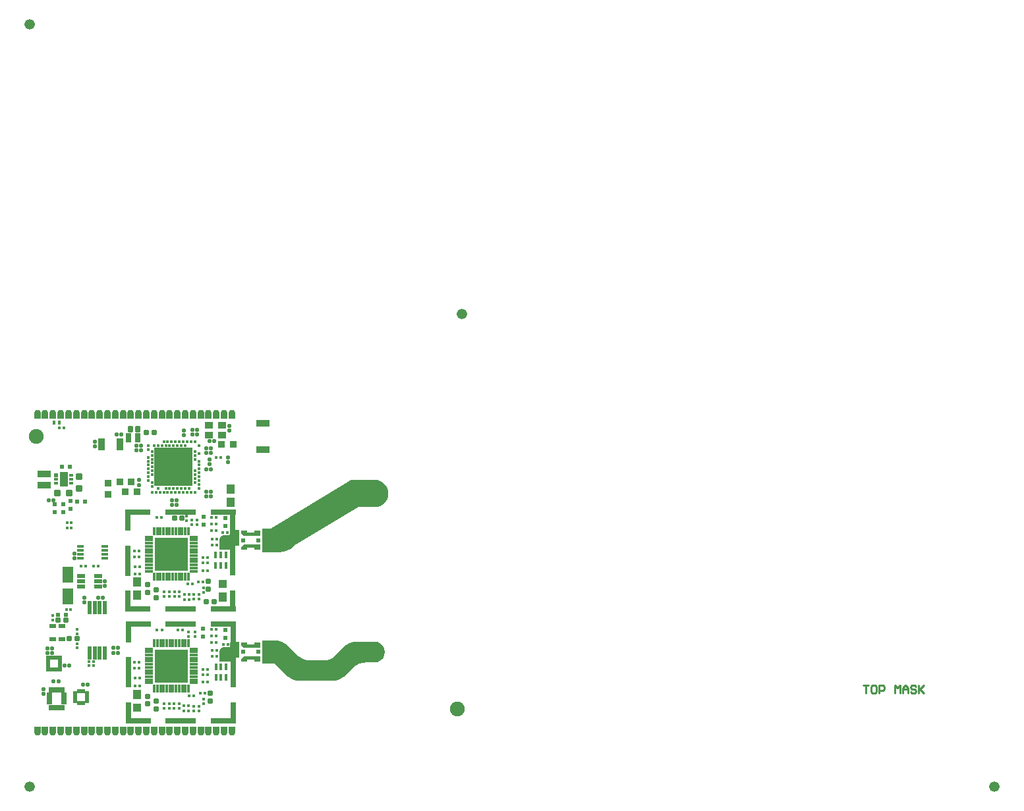
<source format=gts>
%FSLAX24Y24*%
%MOIN*%
G70*
G01*
G75*
G04 Layer_Color=8388736*
%ADD10C,0.0197*%
%ADD11C,0.0276*%
%ADD12R,0.0315X0.0276*%
%ADD13R,0.0295X0.0591*%
%ADD14R,0.0315X0.0118*%
%ADD15R,0.0394X0.0709*%
%ADD16R,0.0177X0.0098*%
%ADD17R,0.0177X0.0138*%
G04:AMPARAMS|DCode=18|XSize=59.1mil|YSize=17.7mil|CornerRadius=0mil|HoleSize=0mil|Usage=FLASHONLY|Rotation=90.000|XOffset=0mil|YOffset=0mil|HoleType=Round|Shape=RoundedRectangle|*
%AMROUNDEDRECTD18*
21,1,0.0591,0.0177,0,0,90.0*
21,1,0.0591,0.0177,0,0,90.0*
1,1,0.0000,0.0089,0.0295*
1,1,0.0000,0.0089,-0.0295*
1,1,0.0000,-0.0089,-0.0295*
1,1,0.0000,-0.0089,0.0295*
%
%ADD18ROUNDEDRECTD18*%
%ADD19R,0.0118X0.0315*%
%ADD20R,0.0472X0.0787*%
%ADD21R,0.0354X0.0157*%
%ADD22R,0.0189X0.0197*%
%ADD23R,0.0039X0.0039*%
%ADD24R,0.0246X0.1496*%
%ADD25R,0.0246X0.1043*%
%ADD26R,0.1232X0.0246*%
%ADD27R,0.1496X0.0246*%
%ADD28R,0.0177X0.0197*%
%ADD29R,0.0118X0.0118*%
G04:AMPARAMS|DCode=30|XSize=11.8mil|YSize=11.8mil|CornerRadius=0.3mil|HoleSize=0mil|Usage=FLASHONLY|Rotation=270.000|XOffset=0mil|YOffset=0mil|HoleType=Round|Shape=RoundedRectangle|*
%AMROUNDEDRECTD30*
21,1,0.0118,0.0112,0,0,270.0*
21,1,0.0112,0.0118,0,0,270.0*
1,1,0.0006,-0.0056,-0.0056*
1,1,0.0006,-0.0056,0.0056*
1,1,0.0006,0.0056,0.0056*
1,1,0.0006,0.0056,-0.0056*
%
%ADD30ROUNDEDRECTD30*%
%ADD31R,0.1654X0.1654*%
%ADD32R,0.0374X0.0079*%
%ADD33R,0.0079X0.0374*%
G04:AMPARAMS|DCode=34|XSize=39.4mil|YSize=23.6mil|CornerRadius=0.6mil|HoleSize=0mil|Usage=FLASHONLY|Rotation=270.000|XOffset=0mil|YOffset=0mil|HoleType=Round|Shape=RoundedRectangle|*
%AMROUNDEDRECTD34*
21,1,0.0394,0.0224,0,0,270.0*
21,1,0.0382,0.0236,0,0,270.0*
1,1,0.0012,-0.0112,-0.0191*
1,1,0.0012,-0.0112,0.0191*
1,1,0.0012,0.0112,0.0191*
1,1,0.0012,0.0112,-0.0191*
%
%ADD34ROUNDEDRECTD34*%
%ADD35R,0.0118X0.0118*%
%ADD36R,0.0630X0.0315*%
G04:AMPARAMS|DCode=37|XSize=25.2mil|YSize=24mil|CornerRadius=0.6mil|HoleSize=0mil|Usage=FLASHONLY|Rotation=90.000|XOffset=0mil|YOffset=0mil|HoleType=Round|Shape=RoundedRectangle|*
%AMROUNDEDRECTD37*
21,1,0.0252,0.0228,0,0,90.0*
21,1,0.0240,0.0240,0,0,90.0*
1,1,0.0012,0.0114,0.0120*
1,1,0.0012,0.0114,-0.0120*
1,1,0.0012,-0.0114,-0.0120*
1,1,0.0012,-0.0114,0.0120*
%
%ADD37ROUNDEDRECTD37*%
%ADD38R,0.0138X0.0226*%
%ADD39R,0.0226X0.0138*%
%ADD40R,0.0138X0.0148*%
%ADD41R,0.0148X0.0138*%
%ADD42C,0.0354*%
%ADD43R,0.0138X0.0236*%
%ADD44R,0.0295X0.0197*%
%ADD45R,0.0390X0.0430*%
G04:AMPARAMS|DCode=46|XSize=31.5mil|YSize=31.5mil|CornerRadius=0.8mil|HoleSize=0mil|Usage=FLASHONLY|Rotation=180.000|XOffset=0mil|YOffset=0mil|HoleType=Round|Shape=RoundedRectangle|*
%AMROUNDEDRECTD46*
21,1,0.0315,0.0299,0,0,180.0*
21,1,0.0299,0.0315,0,0,180.0*
1,1,0.0016,-0.0150,0.0150*
1,1,0.0016,0.0150,0.0150*
1,1,0.0016,0.0150,-0.0150*
1,1,0.0016,-0.0150,-0.0150*
%
%ADD46ROUNDEDRECTD46*%
G04:AMPARAMS|DCode=47|XSize=19.7mil|YSize=19.7mil|CornerRadius=0.5mil|HoleSize=0mil|Usage=FLASHONLY|Rotation=0.000|XOffset=0mil|YOffset=0mil|HoleType=Round|Shape=RoundedRectangle|*
%AMROUNDEDRECTD47*
21,1,0.0197,0.0187,0,0,0.0*
21,1,0.0187,0.0197,0,0,0.0*
1,1,0.0010,0.0094,-0.0094*
1,1,0.0010,-0.0094,-0.0094*
1,1,0.0010,-0.0094,0.0094*
1,1,0.0010,0.0094,0.0094*
%
%ADD47ROUNDEDRECTD47*%
G04:AMPARAMS|DCode=48|XSize=11.8mil|YSize=11.8mil|CornerRadius=0.3mil|HoleSize=0mil|Usage=FLASHONLY|Rotation=180.000|XOffset=0mil|YOffset=0mil|HoleType=Round|Shape=RoundedRectangle|*
%AMROUNDEDRECTD48*
21,1,0.0118,0.0112,0,0,180.0*
21,1,0.0112,0.0118,0,0,180.0*
1,1,0.0006,-0.0056,0.0056*
1,1,0.0006,0.0056,0.0056*
1,1,0.0006,0.0056,-0.0056*
1,1,0.0006,-0.0056,-0.0056*
%
%ADD48ROUNDEDRECTD48*%
%ADD49R,0.1909X0.1909*%
%ADD50C,0.0108*%
G04:AMPARAMS|DCode=51|XSize=35.4mil|YSize=31.5mil|CornerRadius=0.2mil|HoleSize=0mil|Usage=FLASHONLY|Rotation=180.000|XOffset=0mil|YOffset=0mil|HoleType=Round|Shape=RoundedRectangle|*
%AMROUNDEDRECTD51*
21,1,0.0354,0.0312,0,0,180.0*
21,1,0.0351,0.0315,0,0,180.0*
1,1,0.0003,-0.0176,0.0156*
1,1,0.0003,0.0176,0.0156*
1,1,0.0003,0.0176,-0.0156*
1,1,0.0003,-0.0176,-0.0156*
%
%ADD51ROUNDEDRECTD51*%
G04:AMPARAMS|DCode=52|XSize=19.7mil|YSize=19.7mil|CornerRadius=0.5mil|HoleSize=0mil|Usage=FLASHONLY|Rotation=270.000|XOffset=0mil|YOffset=0mil|HoleType=Round|Shape=RoundedRectangle|*
%AMROUNDEDRECTD52*
21,1,0.0197,0.0187,0,0,270.0*
21,1,0.0187,0.0197,0,0,270.0*
1,1,0.0010,-0.0094,-0.0094*
1,1,0.0010,-0.0094,0.0094*
1,1,0.0010,0.0094,0.0094*
1,1,0.0010,0.0094,-0.0094*
%
%ADD52ROUNDEDRECTD52*%
%ADD53R,0.0197X0.0177*%
G04:AMPARAMS|DCode=54|XSize=31.5mil|YSize=31.5mil|CornerRadius=0.8mil|HoleSize=0mil|Usage=FLASHONLY|Rotation=270.000|XOffset=0mil|YOffset=0mil|HoleType=Round|Shape=RoundedRectangle|*
%AMROUNDEDRECTD54*
21,1,0.0315,0.0299,0,0,270.0*
21,1,0.0299,0.0315,0,0,270.0*
1,1,0.0016,-0.0150,-0.0150*
1,1,0.0016,-0.0150,0.0150*
1,1,0.0016,0.0150,0.0150*
1,1,0.0016,0.0150,-0.0150*
%
%ADD54ROUNDEDRECTD54*%
%ADD55C,0.0472*%
%ADD56C,0.0039*%
%ADD57C,0.0079*%
%ADD58C,0.0060*%
%ADD59C,0.0157*%
%ADD60C,0.0200*%
%ADD61C,0.0118*%
%ADD62C,0.0120*%
%ADD63C,0.0150*%
%ADD64C,0.0059*%
%ADD65C,0.0060*%
%ADD66C,0.0030*%
%ADD67C,0.0080*%
%ADD68C,0.0276*%
%ADD69C,0.0070*%
%ADD70C,0.0100*%
%ADD71C,0.0110*%
%ADD72C,0.0068*%
%ADD73C,0.0130*%
%ADD74C,0.0055*%
%ADD75C,0.0177*%
%ADD76R,0.0433X0.0699*%
%ADD77R,0.0226X0.0157*%
%ADD78R,0.0650X0.0551*%
%ADD79R,0.0512X0.0394*%
%ADD80R,0.0630X0.0433*%
%ADD81R,0.0492X0.0482*%
%ADD82R,0.0364X0.0502*%
%ADD83R,0.0236X0.0404*%
%ADD84R,0.0130X0.0424*%
%ADD85R,0.0185X0.0433*%
%ADD86C,0.0315*%
%ADD87C,0.0276*%
%ADD88C,0.0157*%
%ADD89C,0.0240*%
%ADD90C,0.0200*%
%ADD91C,0.0180*%
%ADD92C,0.0177*%
%ADD93R,0.0315X0.0246*%
%ADD94R,0.0315X0.0384*%
%ADD95R,0.0315X0.0463*%
%ADD96R,0.0315X0.0472*%
%ADD97R,0.0315X0.0394*%
%ADD98R,0.0315X0.0492*%
%ADD99R,0.0295X0.0443*%
%ADD100C,0.0300*%
%ADD101R,0.0315X0.0551*%
%ADD102C,0.0300*%
%ADD103C,0.0286*%
%ADD104C,0.0098*%
%ADD105C,0.0040*%
%ADD106C,0.0070*%
%ADD107C,0.0071*%
%ADD108C,0.0003*%
%ADD109R,0.0197X0.0039*%
%ADD110R,0.0157X0.0157*%
%ADD111R,0.0197X0.0118*%
%ADD112R,0.0118X0.0157*%
%ADD113R,0.0146X0.0067*%
%ADD114R,0.0146X0.0106*%
%ADD115R,0.0106X0.0195*%
%ADD116R,0.0195X0.0106*%
%ADD117R,0.0106X0.0116*%
%ADD118R,0.0116X0.0106*%
%ADD119C,0.0118*%
%ADD120R,0.0365X0.0326*%
%ADD121R,0.0345X0.0641*%
%ADD122R,0.0365X0.0168*%
%ADD123R,0.0444X0.0759*%
%ADD124R,0.0227X0.0148*%
%ADD125R,0.0227X0.0188*%
G04:AMPARAMS|DCode=126|XSize=64.1mil|YSize=22.7mil|CornerRadius=0mil|HoleSize=0mil|Usage=FLASHONLY|Rotation=90.000|XOffset=0mil|YOffset=0mil|HoleType=Round|Shape=RoundedRectangle|*
%AMROUNDEDRECTD126*
21,1,0.0641,0.0227,0,0,90.0*
21,1,0.0641,0.0227,0,0,90.0*
1,1,0.0000,0.0114,0.0320*
1,1,0.0000,0.0114,-0.0320*
1,1,0.0000,-0.0114,-0.0320*
1,1,0.0000,-0.0114,0.0320*
%
%ADD126ROUNDEDRECTD126*%
%ADD127R,0.0168X0.0365*%
%ADD128R,0.0522X0.0837*%
%ADD129R,0.0394X0.0197*%
%ADD130R,0.0239X0.0247*%
%ADD131R,0.0089X0.0089*%
%ADD132R,0.0296X0.1546*%
%ADD133R,0.0296X0.1093*%
%ADD134R,0.1282X0.0296*%
%ADD135R,0.1546X0.0296*%
%ADD136R,0.0227X0.0247*%
%ADD137R,0.0168X0.0168*%
G04:AMPARAMS|DCode=138|XSize=15mil|YSize=15mil|CornerRadius=1.9mil|HoleSize=0mil|Usage=FLASHONLY|Rotation=270.000|XOffset=0mil|YOffset=0mil|HoleType=Round|Shape=RoundedRectangle|*
%AMROUNDEDRECTD138*
21,1,0.0150,0.0112,0,0,270.0*
21,1,0.0112,0.0150,0,0,270.0*
1,1,0.0037,-0.0056,-0.0056*
1,1,0.0037,-0.0056,0.0056*
1,1,0.0037,0.0056,0.0056*
1,1,0.0037,0.0056,-0.0056*
%
%ADD138ROUNDEDRECTD138*%
%ADD139R,0.1704X0.1704*%
%ADD140R,0.0424X0.0129*%
%ADD141R,0.0129X0.0424*%
G04:AMPARAMS|DCode=142|XSize=44.4mil|YSize=28.6mil|CornerRadius=3.1mil|HoleSize=0mil|Usage=FLASHONLY|Rotation=270.000|XOffset=0mil|YOffset=0mil|HoleType=Round|Shape=RoundedRectangle|*
%AMROUNDEDRECTD142*
21,1,0.0444,0.0224,0,0,270.0*
21,1,0.0382,0.0286,0,0,270.0*
1,1,0.0062,-0.0112,-0.0191*
1,1,0.0062,-0.0112,0.0191*
1,1,0.0062,0.0112,0.0191*
1,1,0.0062,0.0112,-0.0191*
%
%ADD142ROUNDEDRECTD142*%
%ADD143R,0.0168X0.0168*%
%ADD144R,0.0680X0.0365*%
G04:AMPARAMS|DCode=145|XSize=30.2mil|YSize=29mil|CornerRadius=3.1mil|HoleSize=0mil|Usage=FLASHONLY|Rotation=90.000|XOffset=0mil|YOffset=0mil|HoleType=Round|Shape=RoundedRectangle|*
%AMROUNDEDRECTD145*
21,1,0.0302,0.0228,0,0,90.0*
21,1,0.0240,0.0290,0,0,90.0*
1,1,0.0062,0.0114,0.0120*
1,1,0.0062,0.0114,-0.0120*
1,1,0.0062,-0.0114,-0.0120*
1,1,0.0062,-0.0114,0.0120*
%
%ADD145ROUNDEDRECTD145*%
%ADD146R,0.0217X0.0305*%
%ADD147R,0.0305X0.0217*%
%ADD148R,0.0217X0.0226*%
%ADD149R,0.0226X0.0217*%
%ADD150C,0.0748*%
%ADD151R,0.0345X0.0247*%
%ADD152R,0.0440X0.0480*%
G04:AMPARAMS|DCode=153|XSize=24.7mil|YSize=24.7mil|CornerRadius=3mil|HoleSize=0mil|Usage=FLASHONLY|Rotation=0.000|XOffset=0mil|YOffset=0mil|HoleType=Round|Shape=RoundedRectangle|*
%AMROUNDEDRECTD153*
21,1,0.0247,0.0187,0,0,0.0*
21,1,0.0187,0.0247,0,0,0.0*
1,1,0.0060,0.0094,-0.0094*
1,1,0.0060,-0.0094,-0.0094*
1,1,0.0060,-0.0094,0.0094*
1,1,0.0060,0.0094,0.0094*
%
%ADD153ROUNDEDRECTD153*%
G04:AMPARAMS|DCode=154|XSize=16.8mil|YSize=16.8mil|CornerRadius=2.8mil|HoleSize=0mil|Usage=FLASHONLY|Rotation=180.000|XOffset=0mil|YOffset=0mil|HoleType=Round|Shape=RoundedRectangle|*
%AMROUNDEDRECTD154*
21,1,0.0168,0.0112,0,0,180.0*
21,1,0.0112,0.0168,0,0,180.0*
1,1,0.0056,-0.0056,0.0056*
1,1,0.0056,0.0056,0.0056*
1,1,0.0056,0.0056,-0.0056*
1,1,0.0056,-0.0056,-0.0056*
%
%ADD154ROUNDEDRECTD154*%
%ADD155R,0.1949X0.1949*%
%ADD156C,0.0148*%
G04:AMPARAMS|DCode=157|XSize=40.4mil|YSize=36.5mil|CornerRadius=2.7mil|HoleSize=0mil|Usage=FLASHONLY|Rotation=180.000|XOffset=0mil|YOffset=0mil|HoleType=Round|Shape=RoundedRectangle|*
%AMROUNDEDRECTD157*
21,1,0.0404,0.0312,0,0,180.0*
21,1,0.0351,0.0365,0,0,180.0*
1,1,0.0053,-0.0176,0.0156*
1,1,0.0053,0.0176,0.0156*
1,1,0.0053,0.0176,-0.0156*
1,1,0.0053,-0.0176,-0.0156*
%
%ADD157ROUNDEDRECTD157*%
G04:AMPARAMS|DCode=158|XSize=36.5mil|YSize=36.5mil|CornerRadius=3.3mil|HoleSize=0mil|Usage=FLASHONLY|Rotation=0.000|XOffset=0mil|YOffset=0mil|HoleType=Round|Shape=RoundedRectangle|*
%AMROUNDEDRECTD158*
21,1,0.0365,0.0299,0,0,0.0*
21,1,0.0299,0.0365,0,0,0.0*
1,1,0.0066,0.0150,-0.0150*
1,1,0.0066,-0.0150,-0.0150*
1,1,0.0066,-0.0150,0.0150*
1,1,0.0066,0.0150,0.0150*
%
%ADD158ROUNDEDRECTD158*%
G04:AMPARAMS|DCode=159|XSize=15mil|YSize=15mil|CornerRadius=1.9mil|HoleSize=0mil|Usage=FLASHONLY|Rotation=0.000|XOffset=0mil|YOffset=0mil|HoleType=Round|Shape=RoundedRectangle|*
%AMROUNDEDRECTD159*
21,1,0.0150,0.0112,0,0,0.0*
21,1,0.0112,0.0150,0,0,0.0*
1,1,0.0037,0.0056,-0.0056*
1,1,0.0037,-0.0056,-0.0056*
1,1,0.0037,-0.0056,0.0056*
1,1,0.0037,0.0056,0.0056*
%
%ADD159ROUNDEDRECTD159*%
G04:AMPARAMS|DCode=160|XSize=24.7mil|YSize=24.7mil|CornerRadius=3mil|HoleSize=0mil|Usage=FLASHONLY|Rotation=270.000|XOffset=0mil|YOffset=0mil|HoleType=Round|Shape=RoundedRectangle|*
%AMROUNDEDRECTD160*
21,1,0.0247,0.0187,0,0,270.0*
21,1,0.0187,0.0247,0,0,270.0*
1,1,0.0060,-0.0094,-0.0094*
1,1,0.0060,-0.0094,0.0094*
1,1,0.0060,0.0094,0.0094*
1,1,0.0060,0.0094,-0.0094*
%
%ADD160ROUNDEDRECTD160*%
G04:AMPARAMS|DCode=161|XSize=16.8mil|YSize=16.8mil|CornerRadius=2.8mil|HoleSize=0mil|Usage=FLASHONLY|Rotation=270.000|XOffset=0mil|YOffset=0mil|HoleType=Round|Shape=RoundedRectangle|*
%AMROUNDEDRECTD161*
21,1,0.0168,0.0112,0,0,270.0*
21,1,0.0112,0.0168,0,0,270.0*
1,1,0.0056,-0.0056,-0.0056*
1,1,0.0056,-0.0056,0.0056*
1,1,0.0056,0.0056,0.0056*
1,1,0.0056,0.0056,-0.0056*
%
%ADD161ROUNDEDRECTD161*%
%ADD162R,0.0247X0.0227*%
G04:AMPARAMS|DCode=163|XSize=36.5mil|YSize=36.5mil|CornerRadius=3.3mil|HoleSize=0mil|Usage=FLASHONLY|Rotation=270.000|XOffset=0mil|YOffset=0mil|HoleType=Round|Shape=RoundedRectangle|*
%AMROUNDEDRECTD163*
21,1,0.0365,0.0299,0,0,270.0*
21,1,0.0299,0.0365,0,0,270.0*
1,1,0.0066,-0.0150,-0.0150*
1,1,0.0066,-0.0150,0.0150*
1,1,0.0066,0.0150,0.0150*
1,1,0.0066,0.0150,-0.0150*
%
%ADD163ROUNDEDRECTD163*%
%ADD164C,0.0522*%
%ADD165C,0.0365*%
%ADD166C,0.0326*%
G36*
X10175Y4565D02*
X10613D01*
Y3767D01*
X10181D01*
Y3560D01*
X9607D01*
X9604Y4035D01*
X9613Y4103D01*
X9640Y4167D01*
X9682Y4222D01*
X9737Y4264D01*
X9800Y4290D01*
X9869Y4299D01*
Y4297D01*
X10064Y4298D01*
X10091Y4303D01*
X10114Y4318D01*
X10129Y4341D01*
X10135Y4368D01*
X10133D01*
X10130Y4523D01*
X10143Y4555D01*
X10175Y4568D01*
Y4565D01*
D02*
G37*
G36*
X11666Y4288D02*
X10839D01*
X10721Y4406D01*
Y4552D01*
X11016D01*
X11016Y4454D01*
X11371D01*
Y4552D01*
X11666Y4552D01*
Y4288D01*
D02*
G37*
G36*
X12577Y4633D02*
X12764Y4576D01*
X12937Y4484D01*
X13088Y4359D01*
X13516Y3925D01*
X13513Y3921D01*
X13665Y3796D01*
X13839Y3704D01*
X14027Y3646D01*
X14223Y3627D01*
X14921Y3632D01*
Y3629D01*
X15052Y3642D01*
X15177Y3680D01*
X15293Y3741D01*
X15394Y3824D01*
X15849Y4284D01*
X15845Y4287D01*
X15998Y4412D01*
X16171Y4505D01*
X16360Y4562D01*
X16556Y4582D01*
X17470Y4577D01*
Y4581D01*
X17599Y4564D01*
X17719Y4515D01*
X17821Y4436D01*
X17900Y4333D01*
X17950Y4213D01*
X17967Y4085D01*
X17963Y4035D01*
X17967D01*
X17950Y3904D01*
X17899Y3782D01*
X17819Y3677D01*
X17714Y3597D01*
X17592Y3546D01*
X17461Y3529D01*
X17058Y3533D01*
Y3538D01*
X16862Y3519D01*
X16673Y3462D01*
X16500Y3369D01*
X16347Y3244D01*
X16002Y2891D01*
X16005Y2888D01*
X15853Y2763D01*
X15679Y2670D01*
X15490Y2613D01*
X15294Y2594D01*
X13692Y2598D01*
Y2594D01*
X13496Y2613D01*
X13307Y2670D01*
X13134Y2763D01*
X12981Y2888D01*
X12430Y3446D01*
X12431Y3447D01*
X12408Y3462D01*
X12382Y3467D01*
Y3466D01*
X11783D01*
Y4647D01*
X12382D01*
Y4652D01*
X12577Y4633D01*
D02*
G37*
G36*
X11666Y3568D02*
X11371Y3568D01*
Y3666D01*
X11016D01*
X11016Y3568D01*
X10721D01*
Y3714D01*
X10839Y3832D01*
X11666D01*
Y3568D01*
D02*
G37*
G36*
X11658Y9949D02*
X10831D01*
X10713Y10067D01*
Y10213D01*
X11008D01*
X11008Y10114D01*
X11363D01*
Y10213D01*
X11658Y10213D01*
Y9949D01*
D02*
G37*
G36*
X17602Y12756D02*
X17728Y12718D01*
X17844Y12656D01*
X17946Y12572D01*
X18030Y12470D01*
X18092Y12354D01*
X18130Y12228D01*
X18143Y12096D01*
X18140Y12077D01*
X18143D01*
X18130Y11946D01*
X18092Y11819D01*
X18030Y11703D01*
X17946Y11601D01*
X17844Y11518D01*
X17728Y11455D01*
X17602Y11417D01*
X17470Y11404D01*
X16644Y11407D01*
X13386Y9449D01*
X13349Y9412D01*
X13352Y9409D01*
X13200Y9284D01*
X13026Y9191D01*
X12838Y9134D01*
X12642Y9114D01*
X12195Y9119D01*
X11772D01*
Y10300D01*
X12195D01*
X16112Y12667D01*
X16110Y12669D01*
X16180Y12723D01*
X16262Y12757D01*
X16350Y12769D01*
X17470Y12766D01*
Y12769D01*
X17602Y12756D01*
D02*
G37*
G36*
X11658Y9229D02*
X11363Y9229D01*
Y9327D01*
X11008D01*
X11008Y9229D01*
X10713D01*
Y9374D01*
X10831Y9492D01*
X11658D01*
Y9229D01*
D02*
G37*
G36*
X10170Y10243D02*
X10598D01*
Y9445D01*
X10176D01*
Y9248D01*
X9611D01*
X9609Y9713D01*
X9618Y9781D01*
X9644Y9845D01*
X9686Y9899D01*
X9741Y9941D01*
X9805Y9968D01*
X9873Y9977D01*
Y9975D01*
X10059Y9975D01*
X10086Y9981D01*
X10109Y9996D01*
X10124Y10019D01*
X10129Y10046D01*
X10128D01*
X10124Y10201D01*
X10138Y10233D01*
X10170Y10246D01*
Y10243D01*
D02*
G37*
D43*
X1250Y15669D02*
D03*
X1506D02*
D03*
D45*
X9764Y7500D02*
D03*
X5443Y1240D02*
D03*
D46*
X1998Y12106D02*
D03*
X1407D02*
D03*
D54*
X2500Y12333D02*
D03*
Y12923D02*
D03*
D70*
X42185Y2386D02*
X42451D01*
X42318D01*
Y1986D01*
X42784Y2386D02*
X42651D01*
X42584Y2319D01*
Y2053D01*
X42651Y1986D01*
X42784D01*
X42851Y2053D01*
Y2319D01*
X42784Y2386D01*
X42984Y1986D02*
Y2386D01*
X43184D01*
X43251Y2319D01*
Y2186D01*
X43184Y2119D01*
X42984D01*
X43784Y1986D02*
Y2386D01*
X43917Y2253D01*
X44051Y2386D01*
Y1986D01*
X44184D02*
Y2253D01*
X44317Y2386D01*
X44450Y2253D01*
Y1986D01*
Y2186D01*
X44184D01*
X44850Y2319D02*
X44784Y2386D01*
X44650D01*
X44584Y2319D01*
Y2253D01*
X44650Y2186D01*
X44784D01*
X44850Y2119D01*
Y2053D01*
X44784Y1986D01*
X44650D01*
X44584Y2053D01*
X44984Y2386D02*
Y1986D01*
Y2119D01*
X45250Y2386D01*
X45050Y2186D01*
X45250Y1986D01*
D120*
X3543Y16024D02*
D03*
X8268Y118D02*
D03*
X5906Y16024D02*
D03*
X4331D02*
D03*
X7874Y118D02*
D03*
X7480D02*
D03*
X7087D02*
D03*
X6693D02*
D03*
X9843D02*
D03*
X9449D02*
D03*
X9055D02*
D03*
X8661D02*
D03*
X1969D02*
D03*
X2362D02*
D03*
X1575D02*
D03*
X9055Y16024D02*
D03*
X8661D02*
D03*
X8268D02*
D03*
X7874D02*
D03*
X1181Y118D02*
D03*
X787D02*
D03*
X1969Y16024D02*
D03*
X3150D02*
D03*
X3543Y118D02*
D03*
X10236D02*
D03*
Y16024D02*
D03*
X5118Y118D02*
D03*
X1575Y16024D02*
D03*
X5118D02*
D03*
X5512D02*
D03*
X3937D02*
D03*
X6693D02*
D03*
X6299D02*
D03*
X3150Y118D02*
D03*
X4724D02*
D03*
X3937D02*
D03*
X5512D02*
D03*
X4331D02*
D03*
X9449Y16024D02*
D03*
X9843D02*
D03*
X6299Y118D02*
D03*
X5906D02*
D03*
X7087Y16024D02*
D03*
X7480D02*
D03*
X394Y118D02*
D03*
Y16024D02*
D03*
X787D02*
D03*
X2362D02*
D03*
X4724D02*
D03*
X2756D02*
D03*
X2756Y118D02*
D03*
X1181Y16024D02*
D03*
D121*
X3622Y14567D02*
D03*
X4587D02*
D03*
D122*
X3799Y8819D02*
D03*
Y9016D02*
D03*
Y9213D02*
D03*
Y9409D02*
D03*
X2579D02*
D03*
Y9213D02*
D03*
Y9016D02*
D03*
Y8819D02*
D03*
D123*
X1732Y12795D02*
D03*
D124*
X2116Y12598D02*
D03*
Y12795D02*
D03*
Y12992D02*
D03*
X1348Y12598D02*
D03*
Y12795D02*
D03*
D125*
Y13012D02*
D03*
D126*
X3041Y6299D02*
D03*
X3297D02*
D03*
X3553D02*
D03*
X3809D02*
D03*
Y4016D02*
D03*
X3553D02*
D03*
X3297D02*
D03*
X3041D02*
D03*
D127*
X9427Y2784D02*
D03*
X9683D02*
D03*
X9939D02*
D03*
X9427Y3296D02*
D03*
X9683D02*
D03*
X9939D02*
D03*
X9931Y8957D02*
D03*
X9675D02*
D03*
X9419D02*
D03*
X9931Y8445D02*
D03*
X9675D02*
D03*
X9419D02*
D03*
D128*
X1929Y7963D02*
D03*
Y6860D02*
D03*
D129*
X2598Y7638D02*
D03*
X3465Y7894D02*
D03*
X3465Y7382D02*
D03*
X2598Y7894D02*
D03*
X2598Y7382D02*
D03*
X3465Y7638D02*
D03*
D130*
X11571Y4060D02*
D03*
X10815D02*
D03*
X10807Y9721D02*
D03*
X11563D02*
D03*
D131*
X11193Y3760D02*
D03*
Y4360D02*
D03*
X11185Y10021D02*
D03*
Y9421D02*
D03*
D132*
X10285Y8693D02*
D03*
X4986Y8686D02*
D03*
X10293Y3032D02*
D03*
X4994Y3025D02*
D03*
D133*
X4986Y10745D02*
D03*
Y6627D02*
D03*
X10285D02*
D03*
Y10745D02*
D03*
X4994Y5084D02*
D03*
Y966D02*
D03*
X10293D02*
D03*
Y5084D02*
D03*
D134*
X5482Y11146D02*
D03*
Y6225D02*
D03*
X9789D02*
D03*
Y11146D02*
D03*
X5490Y5486D02*
D03*
Y564D02*
D03*
X9797D02*
D03*
Y5486D02*
D03*
D135*
X7635Y11146D02*
D03*
Y6225D02*
D03*
X7643Y5486D02*
D03*
Y564D02*
D03*
D136*
X1650Y13425D02*
D03*
X2050D02*
D03*
X1444Y5955D02*
D03*
X1844D02*
D03*
X2389Y11673D02*
D03*
X2789D02*
D03*
D137*
X8636Y1962D02*
D03*
X8872D02*
D03*
X9021Y2910D02*
D03*
X8785D02*
D03*
Y3170D02*
D03*
X9021D02*
D03*
X9013Y8571D02*
D03*
X8777D02*
D03*
Y8831D02*
D03*
X9013D02*
D03*
X5297Y9188D02*
D03*
X5533D02*
D03*
X6683Y10856D02*
D03*
X6447D02*
D03*
X5573Y8011D02*
D03*
X5337D02*
D03*
X5533Y8888D02*
D03*
X5297D02*
D03*
X7827Y6961D02*
D03*
X8063D02*
D03*
X9011Y8188D02*
D03*
X8774D02*
D03*
X7827Y6691D02*
D03*
X8063D02*
D03*
X8017Y7491D02*
D03*
X8253D02*
D03*
X9197Y10221D02*
D03*
X9433D02*
D03*
Y10541D02*
D03*
X9197D02*
D03*
Y10861D02*
D03*
X9433D02*
D03*
X9473Y9481D02*
D03*
X9237D02*
D03*
Y9781D02*
D03*
X9473D02*
D03*
X10013Y10111D02*
D03*
X9777D02*
D03*
X5572Y8388D02*
D03*
X5335D02*
D03*
X5541Y3530D02*
D03*
X5305D02*
D03*
X6454Y5178D02*
D03*
X6690D02*
D03*
X5335Y2350D02*
D03*
X5572D02*
D03*
X7730Y5178D02*
D03*
X7493D02*
D03*
X5305Y3230D02*
D03*
X5541D02*
D03*
X8045Y1328D02*
D03*
X7809D02*
D03*
X8783Y2528D02*
D03*
X9019D02*
D03*
X8045Y1060D02*
D03*
X7809D02*
D03*
X8302Y1840D02*
D03*
X8065D02*
D03*
X9452Y4550D02*
D03*
X9215D02*
D03*
Y4870D02*
D03*
X9452D02*
D03*
Y5190D02*
D03*
X9215D02*
D03*
X9245Y3830D02*
D03*
X9481D02*
D03*
Y4130D02*
D03*
X9245D02*
D03*
X9795Y4450D02*
D03*
X10031D02*
D03*
X5345Y2750D02*
D03*
X5581D02*
D03*
X8763Y7601D02*
D03*
X8527D02*
D03*
D138*
X1174Y5890D02*
D03*
Y5665D02*
D03*
X2402Y4967D02*
D03*
Y5191D02*
D03*
Y4258D02*
D03*
Y4482D02*
D03*
D139*
X7173Y3355D02*
D03*
X7165Y9016D02*
D03*
D140*
X8315Y2489D02*
D03*
X8315Y2646D02*
D03*
X8315Y2804D02*
D03*
Y3276D02*
D03*
Y3434D02*
D03*
Y3591D02*
D03*
Y3749D02*
D03*
Y3906D02*
D03*
Y4064D02*
D03*
Y4221D02*
D03*
X6032Y4221D02*
D03*
Y4064D02*
D03*
Y3906D02*
D03*
Y3749D02*
D03*
Y3591D02*
D03*
Y3434D02*
D03*
Y3276D02*
D03*
Y3119D02*
D03*
Y2961D02*
D03*
Y2804D02*
D03*
Y2646D02*
D03*
Y2489D02*
D03*
X8315Y3119D02*
D03*
X8315Y2961D02*
D03*
X8307Y8622D02*
D03*
X8307Y8780D02*
D03*
X6024Y8150D02*
D03*
Y8307D02*
D03*
Y8465D02*
D03*
Y8622D02*
D03*
Y8780D02*
D03*
Y8937D02*
D03*
Y9094D02*
D03*
Y9252D02*
D03*
Y9409D02*
D03*
Y9567D02*
D03*
Y9724D02*
D03*
Y9882D02*
D03*
X8307Y9882D02*
D03*
Y9724D02*
D03*
Y9567D02*
D03*
Y9409D02*
D03*
Y9252D02*
D03*
Y9094D02*
D03*
Y8937D02*
D03*
Y8465D02*
D03*
X8307Y8307D02*
D03*
X8307Y8150D02*
D03*
D141*
X6307Y4497D02*
D03*
X6465D02*
D03*
X6622D02*
D03*
X6780D02*
D03*
X6937D02*
D03*
X7095D02*
D03*
X7252D02*
D03*
X7410D02*
D03*
X7567D02*
D03*
X7725D02*
D03*
X7882D02*
D03*
X8040D02*
D03*
Y2213D02*
D03*
X7882D02*
D03*
X7725D02*
D03*
X7567D02*
D03*
X7410D02*
D03*
X7252D02*
D03*
X7095D02*
D03*
X6937D02*
D03*
X6780D02*
D03*
X6622D02*
D03*
X6465D02*
D03*
X6307D02*
D03*
X6299Y7874D02*
D03*
X6457D02*
D03*
X6614D02*
D03*
X6772D02*
D03*
X6929D02*
D03*
X7087D02*
D03*
X7244D02*
D03*
X7402D02*
D03*
X7559D02*
D03*
X7717D02*
D03*
X7874D02*
D03*
X8031D02*
D03*
Y10157D02*
D03*
X7874D02*
D03*
X7717D02*
D03*
X7559D02*
D03*
X7402D02*
D03*
X7244D02*
D03*
X7087D02*
D03*
X6929D02*
D03*
X6772D02*
D03*
X6614D02*
D03*
X6457D02*
D03*
X6299D02*
D03*
D142*
X4990Y14911D02*
D03*
X5482D02*
D03*
D143*
X9449Y13898D02*
D03*
X9685D02*
D03*
X8033Y4852D02*
D03*
Y5088D02*
D03*
X8565Y6723D02*
D03*
Y6959D02*
D03*
X8815Y7319D02*
D03*
Y7083D02*
D03*
X8315Y6723D02*
D03*
Y6959D02*
D03*
X7065Y7109D02*
D03*
Y6873D02*
D03*
X7325D02*
D03*
Y7109D02*
D03*
X7953Y10935D02*
D03*
Y10699D02*
D03*
X8484Y10728D02*
D03*
Y10492D02*
D03*
X8189Y10728D02*
D03*
Y10492D02*
D03*
X8563Y1299D02*
D03*
Y1063D02*
D03*
X8813Y1432D02*
D03*
Y1668D02*
D03*
X8313Y1299D02*
D03*
Y1063D02*
D03*
X7063Y1209D02*
D03*
Y1446D02*
D03*
X7313D02*
D03*
Y1209D02*
D03*
X8363Y4852D02*
D03*
Y5088D02*
D03*
X6803Y7106D02*
D03*
Y6870D02*
D03*
X7575Y6873D02*
D03*
Y7109D02*
D03*
X6811Y1209D02*
D03*
Y1446D02*
D03*
X7563D02*
D03*
Y1209D02*
D03*
D144*
X748Y12520D02*
D03*
Y13071D02*
D03*
X11811Y14291D02*
D03*
Y15630D02*
D03*
D145*
X5089Y15354D02*
D03*
X5463D02*
D03*
D146*
X1673Y2151D02*
D03*
X1476D02*
D03*
X1280D02*
D03*
X1083D02*
D03*
X1673Y1235D02*
D03*
X1476D02*
D03*
X1280D02*
D03*
X1083D02*
D03*
D147*
X1019Y1693D02*
D03*
Y1496D02*
D03*
Y1890D02*
D03*
X1737Y1496D02*
D03*
Y1890D02*
D03*
Y1693D02*
D03*
D148*
X945Y3184D02*
D03*
X1142Y3184D02*
D03*
X1339D02*
D03*
X1535D02*
D03*
Y3784D02*
D03*
X1339D02*
D03*
X1142D02*
D03*
X945D02*
D03*
X2500Y1471D02*
D03*
X2697D02*
D03*
Y2072D02*
D03*
X2500D02*
D03*
D149*
X1540Y3386D02*
D03*
Y3583D02*
D03*
X940D02*
D03*
Y3386D02*
D03*
X2899Y1575D02*
D03*
Y1772D02*
D03*
Y1969D02*
D03*
X2298D02*
D03*
Y1772D02*
D03*
Y1575D02*
D03*
D150*
X21654Y1181D02*
D03*
X354Y14961D02*
D03*
D151*
X1634Y5364D02*
D03*
Y4695D02*
D03*
X1181D02*
D03*
Y5364D02*
D03*
D152*
X9764Y6831D02*
D03*
X5455Y7595D02*
D03*
Y6926D02*
D03*
X10177Y12293D02*
D03*
Y11624D02*
D03*
X5443Y1909D02*
D03*
D153*
X2402Y4724D02*
D03*
X2008D02*
D03*
X7323Y10837D02*
D03*
X7717D02*
D03*
X8937Y6614D02*
D03*
X9331D02*
D03*
X5906Y15157D02*
D03*
X6299D02*
D03*
X1844Y5659D02*
D03*
X1450D02*
D03*
D154*
X2717Y2392D02*
D03*
X2953D02*
D03*
X7441Y11506D02*
D03*
X7205D02*
D03*
X4252Y4281D02*
D03*
X4488D02*
D03*
Y4006D02*
D03*
X4252D02*
D03*
X1781Y3386D02*
D03*
X2018D02*
D03*
X1220Y2559D02*
D03*
X1457D02*
D03*
X8228Y15315D02*
D03*
X8465D02*
D03*
X4409Y15079D02*
D03*
X4646D02*
D03*
X5630Y14262D02*
D03*
X5394D02*
D03*
X9094Y14724D02*
D03*
X9331D02*
D03*
X9173Y14134D02*
D03*
X8937D02*
D03*
X1211Y11732D02*
D03*
X974D02*
D03*
X8465Y15079D02*
D03*
X8228D02*
D03*
X8937Y12165D02*
D03*
X9173D02*
D03*
X3701Y6811D02*
D03*
X3465D02*
D03*
X8937Y11929D02*
D03*
X9173D02*
D03*
Y13307D02*
D03*
X8937D02*
D03*
X7205Y11722D02*
D03*
X7441D02*
D03*
X9173Y14370D02*
D03*
X8937D02*
D03*
X5630Y14498D02*
D03*
X5394D02*
D03*
D155*
X7283Y13425D02*
D03*
D156*
X8366Y12146D02*
D03*
X8169D02*
D03*
X7972D02*
D03*
X7776D02*
D03*
X7579D02*
D03*
X7382D02*
D03*
X7185D02*
D03*
X6988D02*
D03*
X6791D02*
D03*
X6594D02*
D03*
X6398D02*
D03*
X6201D02*
D03*
X8563Y12343D02*
D03*
X8071D02*
D03*
X7874D02*
D03*
X7677D02*
D03*
X7480D02*
D03*
X7283D02*
D03*
X7087D02*
D03*
X6890D02*
D03*
X6496D02*
D03*
X6201Y12441D02*
D03*
X8563Y12539D02*
D03*
X8366Y12638D02*
D03*
X6201D02*
D03*
X8563Y12736D02*
D03*
X6004D02*
D03*
X8366Y12835D02*
D03*
X8563Y12933D02*
D03*
X6004D02*
D03*
X8366Y13032D02*
D03*
X6201D02*
D03*
X8563Y13130D02*
D03*
X6004D02*
D03*
X8366Y13228D02*
D03*
X6201D02*
D03*
X8563Y13327D02*
D03*
X6004D02*
D03*
X6201Y13425D02*
D03*
X8563Y13524D02*
D03*
X6004D02*
D03*
X6201Y13622D02*
D03*
X8563Y13720D02*
D03*
X6004D02*
D03*
X8366Y13819D02*
D03*
X6201D02*
D03*
X6004Y13917D02*
D03*
X8366Y14016D02*
D03*
X6201D02*
D03*
X8563Y14114D02*
D03*
X6201Y14213D02*
D03*
X6004Y14311D02*
D03*
X8366Y14213D02*
D03*
X8563Y14508D02*
D03*
X7874D02*
D03*
X7677D02*
D03*
X7480D02*
D03*
X7283D02*
D03*
X7087D02*
D03*
X6890D02*
D03*
X6693D02*
D03*
X6496D02*
D03*
X6299D02*
D03*
X6004D02*
D03*
X8366Y14705D02*
D03*
X7972D02*
D03*
X7776D02*
D03*
X7579D02*
D03*
X7382D02*
D03*
X7185D02*
D03*
X6988D02*
D03*
X6791D02*
D03*
X8169D02*
D03*
D157*
X9734Y15522D02*
D03*
X9085D02*
D03*
Y15030D02*
D03*
X9734D02*
D03*
D158*
X5148Y12687D02*
D03*
X4557D02*
D03*
X5423Y12175D02*
D03*
X4833D02*
D03*
X9705Y14567D02*
D03*
X10295D02*
D03*
D159*
X1502Y15394D02*
D03*
X1726D02*
D03*
X2614Y8415D02*
D03*
X2839D02*
D03*
X3008Y3583D02*
D03*
X3232D02*
D03*
X2998Y3356D02*
D03*
X3222D02*
D03*
X3234Y8415D02*
D03*
X3459D02*
D03*
X1896Y10354D02*
D03*
X2120D02*
D03*
X1856Y6201D02*
D03*
X2081D02*
D03*
X1896Y10620D02*
D03*
X2120D02*
D03*
D160*
X9134Y1575D02*
D03*
Y1969D02*
D03*
X9055Y7638D02*
D03*
Y7244D02*
D03*
X5985Y7468D02*
D03*
Y7074D02*
D03*
X6415Y6814D02*
D03*
Y7208D02*
D03*
X5973Y1423D02*
D03*
Y1817D02*
D03*
X6411Y1574D02*
D03*
Y1181D02*
D03*
D161*
X1142Y4016D02*
D03*
Y4252D02*
D03*
X906D02*
D03*
Y4016D02*
D03*
X3297Y14478D02*
D03*
Y14715D02*
D03*
X5551Y12520D02*
D03*
Y12756D02*
D03*
X10118Y15276D02*
D03*
Y15512D02*
D03*
X10039Y13898D02*
D03*
Y13661D02*
D03*
X9094Y13583D02*
D03*
Y13819D02*
D03*
X2756Y6811D02*
D03*
Y6575D02*
D03*
X7795Y15276D02*
D03*
Y15039D02*
D03*
X2264Y9055D02*
D03*
Y8819D02*
D03*
X3819Y7638D02*
D03*
Y7402D02*
D03*
X709Y2165D02*
D03*
Y1929D02*
D03*
D162*
X2087Y11296D02*
D03*
Y11696D02*
D03*
X1270Y11148D02*
D03*
Y11548D02*
D03*
X1703D02*
D03*
Y11148D02*
D03*
X8789Y10889D02*
D03*
Y10489D02*
D03*
X9903Y10438D02*
D03*
Y10838D02*
D03*
X8761Y5228D02*
D03*
Y4828D02*
D03*
X9911Y4778D02*
D03*
Y5178D02*
D03*
D163*
X3976Y12028D02*
D03*
Y12618D02*
D03*
D164*
X0Y-2756D02*
D03*
X21860Y21181D02*
D03*
X0Y35827D02*
D03*
X48819Y-2756D02*
D03*
D165*
X3543Y16142D02*
D03*
X8268Y0D02*
D03*
X5906Y16142D02*
D03*
X4331D02*
D03*
X7874Y0D02*
D03*
X7480D02*
D03*
X7087D02*
D03*
X6693D02*
D03*
X9843D02*
D03*
X9449D02*
D03*
X9055D02*
D03*
X8661D02*
D03*
X1969D02*
D03*
X2362D02*
D03*
X1575D02*
D03*
X9055Y16142D02*
D03*
X8661D02*
D03*
X8268D02*
D03*
X7874D02*
D03*
X1181Y0D02*
D03*
X787D02*
D03*
X1969Y16142D02*
D03*
X3150D02*
D03*
X3543Y0D02*
D03*
X10236D02*
D03*
Y16142D02*
D03*
X5118Y0D02*
D03*
X1575Y16142D02*
D03*
X5118D02*
D03*
X5512D02*
D03*
X3937D02*
D03*
X6693D02*
D03*
X6299D02*
D03*
X3150Y0D02*
D03*
X4724D02*
D03*
X3937D02*
D03*
X5512D02*
D03*
X4331D02*
D03*
X9449Y16142D02*
D03*
X9843D02*
D03*
X6299Y0D02*
D03*
X5906D02*
D03*
X7087Y16142D02*
D03*
X7480D02*
D03*
X394Y0D02*
D03*
Y16142D02*
D03*
X787D02*
D03*
X2362D02*
D03*
X4724D02*
D03*
X2756D02*
D03*
X2756Y0D02*
D03*
X1181Y16142D02*
D03*
D166*
X17421Y4057D02*
D03*
X17421Y12087D02*
D03*
M02*

</source>
